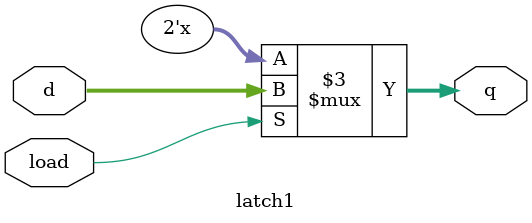
<source format=v>
module latch1(load, d,q);
  input load;
  input[1:0] d;
  output[1:0] q;

  reg[1:0] q;
  
  always @(load or d)
    begin
      if (load)
        q = d;
    end
endmodule

</source>
